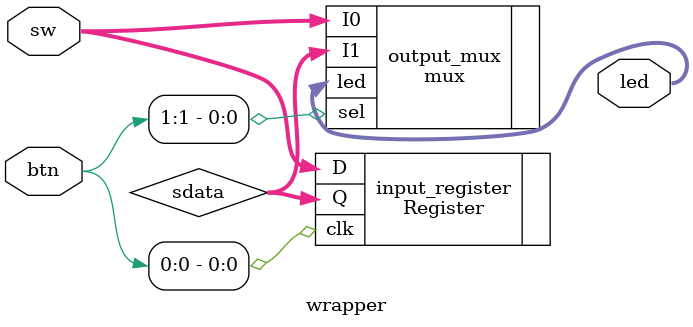
<source format=v>
`timescale 1ns / 1ps


module wrapper(

 input [7:0] sw,
    input [1:0] btn,
    output [7:0] led
);

wire [7:0] sdata;

Register input_register(
    .D(sw),
    .clk(btn[0]),
    .Q(sdata)
);



mux output_mux(
    .I0(sw),
    .I1(sdata),
    .sel(btn[1]),
    .led(led)
);


    
endmodule

</source>
